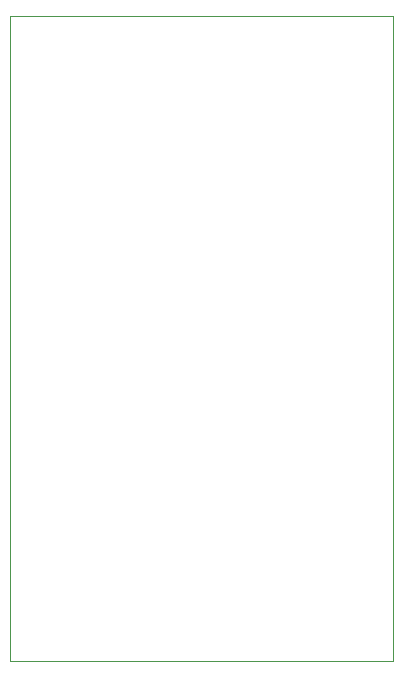
<source format=gbr>
%TF.GenerationSoftware,KiCad,Pcbnew,(6.0.0)*%
%TF.CreationDate,2022-02-27T19:02:29-06:00*%
%TF.ProjectId,Squeezecheap,53717565-657a-4656-9368-6561702e6b69,rev?*%
%TF.SameCoordinates,Original*%
%TF.FileFunction,Profile,NP*%
%FSLAX46Y46*%
G04 Gerber Fmt 4.6, Leading zero omitted, Abs format (unit mm)*
G04 Created by KiCad (PCBNEW (6.0.0)) date 2022-02-27 19:02:29*
%MOMM*%
%LPD*%
G01*
G04 APERTURE LIST*
%TA.AperFunction,Profile*%
%ADD10C,0.100000*%
%TD*%
G04 APERTURE END LIST*
D10*
X112395000Y-91440000D02*
X80010000Y-91440000D01*
X80010000Y-91440000D02*
X80010000Y-36830000D01*
X80010000Y-36830000D02*
X112395000Y-36830000D01*
X112395000Y-36830000D02*
X112395000Y-91440000D01*
M02*

</source>
